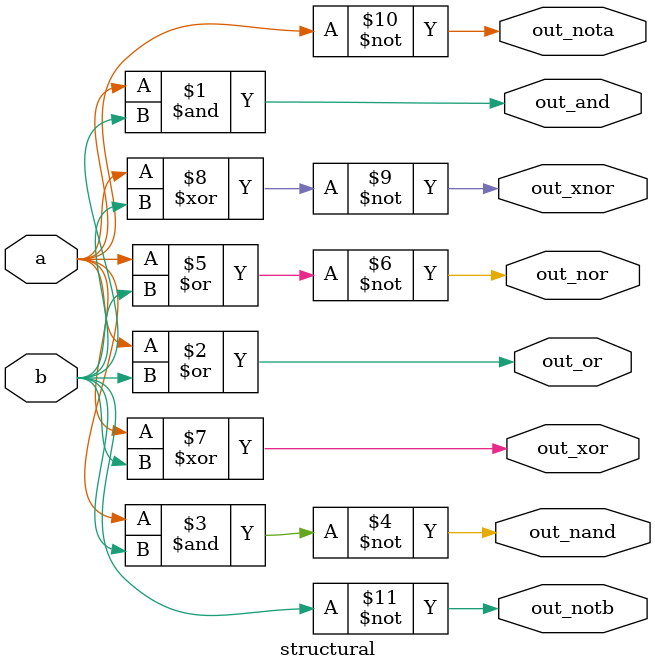
<source format=v>
module structural(  input a, b,  output out_and, out_or, out_nand, out_nor, out_xor, out_xnor, out_nota, out_notb);


  and and_gate(out_and, a, b);

  
  or or_gate(out_or, a, b);

  
  nand nand_gate(out_nand, a, b);

  
  nor nor_gate(out_nor, a, b);

  
  xor xor_gate(out_xor, a, b);

  
  xnor xnor_gate(out_xnor, a, b);

  
  not not_gate_a(out_nota, a);
  not not_gate_b(out_notb, b);

endmodule

</source>
